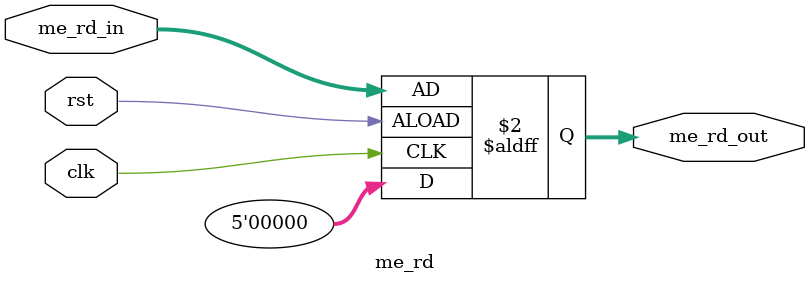
<source format=sv>
module me_rd(
    input logic clk,
    input logic rst,
    input logic [4:0] me_rd_in = 5'b0, 
    output logic [4:0] me_rd_out
     
);

    always_ff @(posedge clk or negedge rst) begin
        if (rst) begin
            me_rd_out <= 5'b0; 
        end else begin
            me_rd_out <= me_rd_in; 
        end
    end
endmodule
</source>
